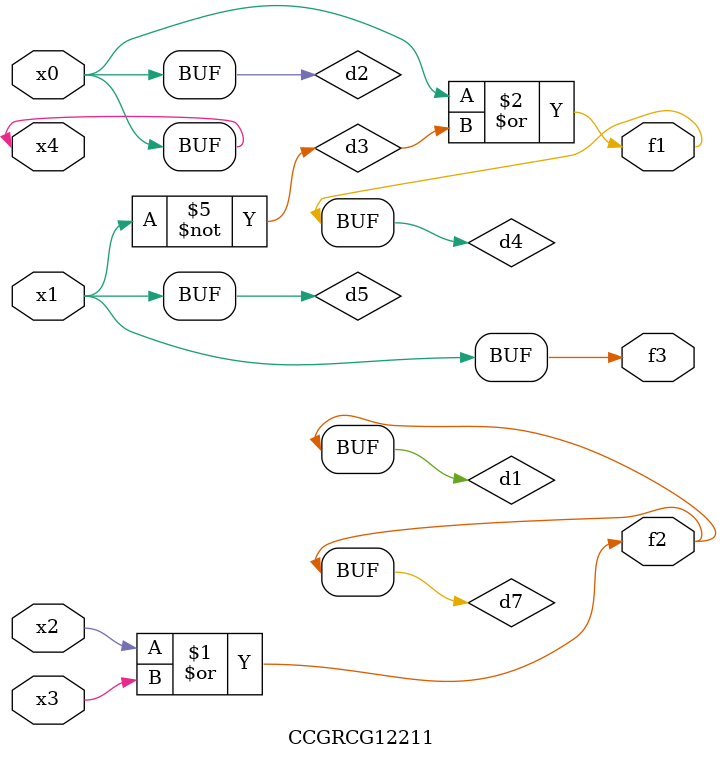
<source format=v>
module CCGRCG12211(
	input x0, x1, x2, x3, x4,
	output f1, f2, f3
);

	wire d1, d2, d3, d4, d5, d6, d7;

	or (d1, x2, x3);
	buf (d2, x0, x4);
	not (d3, x1);
	or (d4, d2, d3);
	not (d5, d3);
	nand (d6, d1, d3);
	or (d7, d1);
	assign f1 = d4;
	assign f2 = d7;
	assign f3 = d5;
endmodule

</source>
